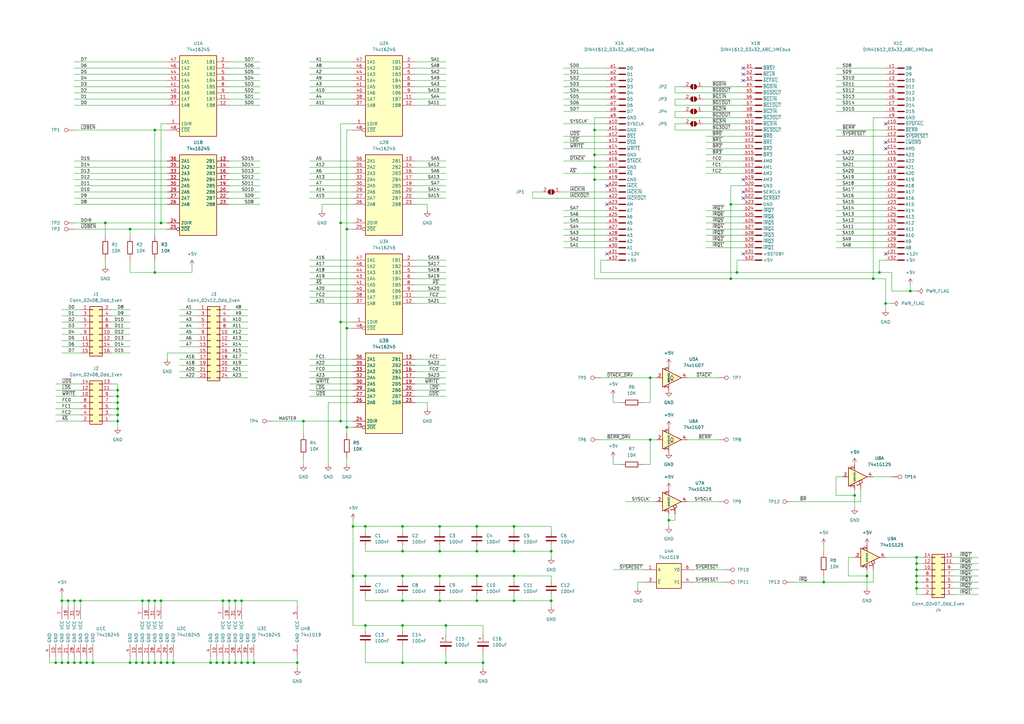
<source format=kicad_sch>
(kicad_sch (version 20211123) (generator eeschema)
  (paper "A3")
  (title_block (title "VMEbus PROTOTYPING BOARD, 220MM") (date "2023-11-11") (rev "1") (company "(C) TOM STOREY") (comment 1 "FREE FOR NON-COMMERCIAL USE"))
  (junction (at 165.1 246.38))
  (junction (at 71.12 271.78))
  (junction (at 25.4 246.38))
  (junction (at 30.48 271.78))
  (junction (at 226.06 226.06))
  (junction (at 96.52 246.38))
  (junction (at 48.26 170.18))
  (junction (at 48.26 172.72))
  (junction (at 274.32 213.36))
  (junction (at 375.92 233.68))
  (junction (at 375.92 231.14))
  (junction (at 33.02 271.78))
  (junction (at 63.5 271.78))
  (junction (at 165.1 226.06))
  (junction (at 144.78 236.22))
  (junction (at 53.34 271.78))
  (junction (at 165.1 271.78))
  (junction (at 266.7 154.94))
  (junction (at 93.98 246.38))
  (junction (at 195.58 226.06))
  (junction (at 48.26 165.1))
  (junction (at 165.1 236.22))
  (junction (at 63.5 111.76))
  (junction (at 226.06 246.38))
  (junction (at 139.7 132.08))
  (junction (at 104.14 271.78))
  (junction (at 142.24 134.62))
  (junction (at 266.7 180.34))
  (junction (at 121.92 271.78))
  (junction (at 198.12 271.78))
  (junction (at 91.44 271.78))
  (junction (at 43.18 91.44))
  (junction (at 180.34 215.9))
  (junction (at 63.5 246.38))
  (junction (at 165.1 215.9))
  (junction (at 91.44 246.38))
  (junction (at 99.06 271.78))
  (junction (at 48.26 160.02))
  (junction (at 48.26 162.56))
  (junction (at 96.52 271.78))
  (junction (at 48.26 167.64))
  (junction (at 182.88 256.54))
  (junction (at 60.96 246.38))
  (junction (at 63.5 53.34))
  (junction (at 243.84 68.58))
  (junction (at 33.02 246.38))
  (junction (at 210.82 236.22))
  (junction (at 337.82 238.76))
  (junction (at 180.34 226.06))
  (junction (at 375.92 228.6))
  (junction (at 165.1 256.54))
  (junction (at 99.06 246.38))
  (junction (at 55.88 271.78))
  (junction (at 375.92 241.3))
  (junction (at 139.7 172.72))
  (junction (at 149.86 236.22))
  (junction (at 375.92 238.76))
  (junction (at 53.34 93.98))
  (junction (at 363.22 124.46))
  (junction (at 299.72 83.82))
  (junction (at 22.86 271.78))
  (junction (at 350.52 203.2))
  (junction (at 375.92 236.22))
  (junction (at 142.24 93.98))
  (junction (at 358.14 114.3))
  (junction (at 88.9 271.78))
  (junction (at 195.58 215.9))
  (junction (at 355.6 236.22))
  (junction (at 139.7 91.44))
  (junction (at 58.42 246.38))
  (junction (at 373.38 119.38))
  (junction (at 27.94 246.38))
  (junction (at 149.86 215.9))
  (junction (at 66.04 271.78))
  (junction (at 142.24 175.26))
  (junction (at 35.56 271.78))
  (junction (at 243.84 63.5))
  (junction (at 60.96 271.78))
  (junction (at 210.82 215.9))
  (junction (at 210.82 246.38))
  (junction (at 58.42 271.78))
  (junction (at 180.34 236.22))
  (junction (at 149.86 256.54))
  (junction (at 38.1 271.78))
  (junction (at 86.36 271.78))
  (junction (at 299.72 114.3))
  (junction (at 210.82 226.06))
  (junction (at 66.04 91.44))
  (junction (at 68.58 271.78))
  (junction (at 243.84 73.66))
  (junction (at 124.46 172.72))
  (junction (at 360.68 111.76))
  (junction (at 93.98 271.78))
  (junction (at 144.78 215.9))
  (junction (at 101.6 271.78))
  (junction (at 27.94 271.78))
  (junction (at 180.34 246.38))
  (junction (at 302.26 111.76))
  (junction (at 30.48 246.38))
  (junction (at 195.58 236.22))
  (junction (at 195.58 246.38))
  (junction (at 243.84 53.34))
  (junction (at 25.4 271.78))
  (junction (at 182.88 271.78))
  (junction (at 66.04 246.38))
  (no_connect (at 248.92 83.82))
  (no_connect (at 304.8 30.48))
  (no_connect (at 304.8 27.94))
  (no_connect (at 304.8 81.28))
  (no_connect (at 304.8 73.66))
  (no_connect (at 363.22 50.8))
  (no_connect (at 363.22 104.14))
  (no_connect (at 363.22 58.42))
  (no_connect (at 248.92 104.14))
  (no_connect (at 304.8 104.14))
  (no_connect (at 304.8 78.74))
  (no_connect (at 248.92 76.2))
  (no_connect (at 304.8 33.02))
  (no_connect (at 363.22 60.96))
  (wire (pts (xy 358.14 48.26) (xy 358.14 114.3)))
  (wire (pts (xy 45.72 144.78) (xy 53.34 144.78)))
  (wire (pts (xy 20.32 271.78) (xy 22.86 271.78)))
  (wire (pts (xy 45.72 157.48) (xy 48.26 157.48)))
  (wire (pts (xy 93.98 139.7) (xy 101.6 139.7)))
  (wire (pts (xy 289.56 86.36) (xy 304.8 86.36)))
  (wire (pts (xy 25.4 134.62) (xy 33.02 134.62)))
  (wire (pts (xy 86.36 269.24) (xy 86.36 271.78)))
  (wire (pts (xy 66.04 246.38) (xy 91.44 246.38)))
  (wire (pts (xy 27.94 269.24) (xy 27.94 271.78)))
  (wire (pts (xy 342.9 68.58) (xy 363.22 68.58)))
  (wire (pts (xy 96.52 246.38) (xy 99.06 246.38)))
  (wire (pts (xy 22.86 269.24) (xy 22.86 271.78)))
  (wire (pts (xy 45.72 132.08) (xy 53.34 132.08)))
  (wire (pts (xy 99.06 246.38) (xy 121.92 246.38)))
  (wire (pts (xy 365.76 111.76) (xy 365.76 119.38)))
  (wire (pts (xy 231.14 38.1) (xy 248.92 38.1)))
  (wire (pts (xy 266.7 154.94) (xy 266.7 165.1)))
  (wire (pts (xy 149.86 246.38) (xy 165.1 246.38)))
  (wire (pts (xy 347.98 228.6) (xy 347.98 236.22)))
  (wire (pts (xy 93.98 152.4) (xy 101.6 152.4)))
  (wire (pts (xy 35.56 269.24) (xy 35.56 271.78)))
  (wire (pts (xy 264.16 190.5) (xy 266.7 190.5)))
  (wire (pts (xy 210.82 226.06) (xy 226.06 226.06)))
  (wire (pts (xy 93.98 127) (xy 101.6 127)))
  (wire (pts (xy 170.18 43.18) (xy 182.88 43.18)))
  (wire (pts (xy 342.9 27.94) (xy 363.22 27.94)))
  (wire (pts (xy 375.92 233.68) (xy 375.92 236.22)))
  (wire (pts (xy 127 157.48) (xy 144.78 157.48)))
  (wire (pts (xy 342.9 33.02) (xy 363.22 33.02)))
  (wire (pts (xy 66.04 269.24) (xy 66.04 271.78)))
  (wire (pts (xy 342.9 195.58) (xy 345.44 195.58)))
  (wire (pts (xy 25.4 271.78) (xy 27.94 271.78)))
  (wire (pts (xy 73.66 129.54) (xy 81.28 129.54)))
  (wire (pts (xy 358.14 114.3) (xy 363.22 114.3)))
  (wire (pts (xy 127 66.04) (xy 144.78 66.04)))
  (wire (pts (xy 342.9 55.88) (xy 363.22 55.88)))
  (wire (pts (xy 180.34 215.9) (xy 180.34 218.44)))
  (wire (pts (xy 281.94 154.94) (xy 294.64 154.94)))
  (wire (pts (xy 58.42 246.38) (xy 60.96 246.38)))
  (wire (pts (xy 170.18 162.56) (xy 182.88 162.56)))
  (wire (pts (xy 93.98 33.02) (xy 106.68 33.02)))
  (wire (pts (xy 68.58 269.24) (xy 68.58 271.78)))
  (wire (pts (xy 45.72 160.02) (xy 48.26 160.02)))
  (wire (pts (xy 350.52 228.6) (xy 347.98 228.6)))
  (wire (pts (xy 144.78 256.54) (xy 149.86 256.54)))
  (wire (pts (xy 274.32 210.82) (xy 274.32 213.36)))
  (wire (pts (xy 93.98 132.08) (xy 101.6 132.08)))
  (wire (pts (xy 276.86 213.36) (xy 274.32 213.36)))
  (wire (pts (xy 391.16 233.68) (xy 401.3211 233.68)))
  (wire (pts (xy 93.98 73.66) (xy 106.68 73.66)))
  (wire (pts (xy 231.14 91.44) (xy 248.92 91.44)))
  (wire (pts (xy 73.66 154.94) (xy 81.28 154.94)))
  (wire (pts (xy 170.18 114.3) (xy 182.88 114.3)))
  (wire (pts (xy 375.92 231.14) (xy 378.46 231.14)))
  (wire (pts (xy 170.18 38.1) (xy 182.88 38.1)))
  (wire (pts (xy 142.24 93.98) (xy 142.24 134.62)))
  (wire (pts (xy 391.16 243.84) (xy 401.3211 243.84)))
  (wire (pts (xy 144.78 50.8) (xy 139.7 50.8)))
  (wire (pts (xy 127 149.86) (xy 144.78 149.86)))
  (wire (pts (xy 175.26 83.82) (xy 175.26 86.36)))
  (wire (pts (xy 127 76.2) (xy 144.78 76.2)))
  (wire (pts (xy 254 165.1) (xy 251.46 165.1)))
  (wire (pts (xy 246.38 154.94) (xy 266.7 154.94)))
  (wire (pts (xy 25.4 127) (xy 33.02 127)))
  (wire (pts (xy 30.48 66.04) (xy 68.58 66.04)))
  (wire (pts (xy 231.14 30.48) (xy 248.92 30.48)))
  (wire (pts (xy 170.18 81.28) (xy 182.88 81.28)))
  (wire (pts (xy 304.8 106.68) (xy 302.26 106.68)))
  (wire (pts (xy 142.24 187.96) (xy 142.24 190.5)))
  (wire (pts (xy 142.24 134.62) (xy 144.78 134.62)))
  (wire (pts (xy 93.98 35.56) (xy 106.68 35.56)))
  (wire (pts (xy 73.66 127) (xy 81.28 127)))
  (wire (pts (xy 142.24 53.34) (xy 142.24 93.98)))
  (wire (pts (xy 93.98 76.2) (xy 106.68 76.2)))
  (wire (pts (xy 93.98 25.4) (xy 106.68 25.4)))
  (wire (pts (xy 297.18 233.68) (xy 284.48 233.68)))
  (wire (pts (xy 269.24 205.74) (xy 256.54 205.74)))
  (wire (pts (xy 45.72 167.64) (xy 48.26 167.64)))
  (wire (pts (xy 127 119.38) (xy 144.78 119.38)))
  (wire (pts (xy 198.12 256.54) (xy 198.12 260.35)))
  (wire (pts (xy 60.96 271.78) (xy 63.5 271.78)))
  (wire (pts (xy 30.48 30.48) (xy 68.58 30.48)))
  (wire (pts (xy 373.38 119.38) (xy 375.92 119.38)))
  (wire (pts (xy 53.34 271.78) (xy 55.88 271.78)))
  (wire (pts (xy 299.72 83.82) (xy 299.72 114.3)))
  (wire (pts (xy 142.24 134.62) (xy 142.24 175.26)))
  (wire (pts (xy 276.86 53.34) (xy 276.86 50.8)))
  (wire (pts (xy 63.5 53.34) (xy 63.5 96.52)))
  (wire (pts (xy 22.86 160.02) (xy 33.02 160.02)))
  (wire (pts (xy 144.78 213.36) (xy 144.78 215.9)))
  (wire (pts (xy 93.98 149.86) (xy 101.6 149.86)))
  (wire (pts (xy 25.4 243.84) (xy 25.4 246.38)))
  (wire (pts (xy 30.48 246.38) (xy 33.02 246.38)))
  (wire (pts (xy 180.34 223.52) (xy 180.34 226.06)))
  (wire (pts (xy 111.76 172.72) (xy 124.46 172.72)))
  (wire (pts (xy 231.14 33.02) (xy 248.92 33.02)))
  (wire (pts (xy 127 162.56) (xy 144.78 162.56)))
  (wire (pts (xy 246.38 180.34) (xy 266.7 180.34)))
  (wire (pts (xy 165.1 264.16) (xy 165.1 271.78)))
  (wire (pts (xy 25.4 142.24) (xy 33.02 142.24)))
  (wire (pts (xy 127 116.84) (xy 144.78 116.84)))
  (wire (pts (xy 45.72 129.54) (xy 53.34 129.54)))
  (wire (pts (xy 27.94 271.78) (xy 30.48 271.78)))
  (wire (pts (xy 288.29 50.8) (xy 304.8 50.8)))
  (wire (pts (xy 342.9 73.66) (xy 363.22 73.66)))
  (wire (pts (xy 276.86 210.82) (xy 276.86 213.36)))
  (wire (pts (xy 60.96 246.38) (xy 63.5 246.38)))
  (wire (pts (xy 63.5 53.34) (xy 68.58 53.34)))
  (wire (pts (xy 73.66 142.24) (xy 81.28 142.24)))
  (wire (pts (xy 30.48 25.4) (xy 68.58 25.4)))
  (wire (pts (xy 30.48 38.1) (xy 68.58 38.1)))
  (wire (pts (xy 121.92 246.38) (xy 121.92 248.92)))
  (wire (pts (xy 127 40.64) (xy 144.78 40.64)))
  (wire (pts (xy 342.9 45.72) (xy 363.22 45.72)))
  (wire (pts (xy 127 152.4) (xy 144.78 152.4)))
  (wire (pts (xy 25.4 129.54) (xy 33.02 129.54)))
  (wire (pts (xy 355.6 236.22) (xy 355.6 241.3)))
  (wire (pts (xy 304.8 48.26) (xy 276.86 48.26)))
  (wire (pts (xy 144.78 215.9) (xy 149.86 215.9)))
  (wire (pts (xy 231.14 99.06) (xy 248.92 99.06)))
  (wire (pts (xy 299.72 76.2) (xy 299.72 83.82)))
  (wire (pts (xy 210.82 236.22) (xy 226.06 236.22)))
  (wire (pts (xy 121.92 271.78) (xy 121.92 274.32)))
  (wire (pts (xy 63.5 271.78) (xy 66.04 271.78)))
  (wire (pts (xy 27.94 246.38) (xy 27.94 248.92)))
  (wire (pts (xy 198.12 267.97) (xy 198.12 271.78)))
  (wire (pts (xy 53.34 269.24) (xy 53.34 271.78)))
  (wire (pts (xy 231.14 71.12) (xy 248.92 71.12)))
  (wire (pts (xy 243.84 48.26) (xy 248.92 48.26)))
  (wire (pts (xy 104.14 269.24) (xy 104.14 271.78)))
  (wire (pts (xy 342.9 78.74) (xy 363.22 78.74)))
  (wire (pts (xy 229.87 78.74) (xy 248.92 78.74)))
  (wire (pts (xy 289.56 101.6) (xy 304.8 101.6)))
  (wire (pts (xy 124.46 172.72) (xy 139.7 172.72)))
  (wire (pts (xy 342.9 83.82) (xy 363.22 83.82)))
  (wire (pts (xy 375.92 236.22) (xy 378.46 236.22)))
  (wire (pts (xy 299.72 83.82) (xy 304.8 83.82)))
  (wire (pts (xy 276.86 48.26) (xy 276.86 45.72)))
  (wire (pts (xy 139.7 172.72) (xy 144.78 172.72)))
  (wire (pts (xy 144.78 236.22) (xy 144.78 256.54)))
  (wire (pts (xy 264.16 165.1) (xy 266.7 165.1)))
  (wire (pts (xy 353.06 200.66) (xy 353.06 205.74)))
  (wire (pts (xy 210.82 236.22) (xy 210.82 238.76)))
  (wire (pts (xy 55.88 271.78) (xy 58.42 271.78)))
  (wire (pts (xy 30.48 43.18) (xy 68.58 43.18)))
  (wire (pts (xy 325.12 205.74) (xy 353.06 205.74)))
  (wire (pts (xy 93.98 137.16) (xy 101.6 137.16)))
  (wire (pts (xy 375.92 238.76) (xy 378.46 238.76)))
  (wire (pts (xy 363.22 124.46) (xy 365.76 124.46)))
  (wire (pts (xy 276.86 35.56) (xy 280.67 35.56)))
  (wire (pts (xy 226.06 223.52) (xy 226.06 226.06)))
  (wire (pts (xy 243.84 73.66) (xy 243.84 114.3)))
  (wire (pts (xy 127 114.3) (xy 144.78 114.3)))
  (wire (pts (xy 195.58 236.22) (xy 210.82 236.22)))
  (wire (pts (xy 91.44 246.38) (xy 93.98 246.38)))
  (wire (pts (xy 30.48 269.24) (xy 30.48 271.78)))
  (wire (pts (xy 363.22 228.6) (xy 375.92 228.6)))
  (wire (pts (xy 243.84 63.5) (xy 243.84 68.58)))
  (wire (pts (xy 30.48 78.74) (xy 68.58 78.74)))
  (wire (pts (xy 127 81.28) (xy 144.78 81.28)))
  (wire (pts (xy 88.9 271.78) (xy 91.44 271.78)))
  (wire (pts (xy 66.04 271.78) (xy 68.58 271.78)))
  (wire (pts (xy 149.86 226.06) (xy 165.1 226.06)))
  (wire (pts (xy 373.38 116.84) (xy 373.38 119.38)))
  (wire (pts (xy 342.9 35.56) (xy 363.22 35.56)))
  (wire (pts (xy 45.72 170.18) (xy 48.26 170.18)))
  (wire (pts (xy 63.5 106.68) (xy 63.5 111.76)))
  (wire (pts (xy 93.98 269.24) (xy 93.98 271.78)))
  (wire (pts (xy 96.52 271.78) (xy 99.06 271.78)))
  (wire (pts (xy 124.46 190.5) (xy 124.46 187.96)))
  (wire (pts (xy 289.56 99.06) (xy 304.8 99.06)))
  (wire (pts (xy 63.5 111.76) (xy 78.74 111.76)))
  (wire (pts (xy 342.9 88.9) (xy 363.22 88.9)))
  (wire (pts (xy 363.22 124.46) (xy 363.22 127)))
  (wire (pts (xy 170.18 147.32) (xy 182.88 147.32)))
  (wire (pts (xy 325.12 238.76) (xy 337.82 238.76)))
  (wire (pts (xy 288.29 45.72) (xy 304.8 45.72)))
  (wire (pts (xy 350.52 200.66) (xy 350.52 203.2)))
  (wire (pts (xy 195.58 243.84) (xy 195.58 246.38)))
  (wire (pts (xy 231.14 50.8) (xy 248.92 50.8)))
  (wire (pts (xy 170.18 165.1) (xy 175.26 165.1)))
  (wire (pts (xy 25.4 144.78) (xy 33.02 144.78)))
  (wire (pts (xy 243.84 63.5) (xy 248.92 63.5)))
  (wire (pts (xy 101.6 271.78) (xy 104.14 271.78)))
  (wire (pts (xy 375.92 236.22) (xy 375.92 238.76)))
  (wire (pts (xy 254 190.5) (xy 251.46 190.5)))
  (wire (pts (xy 342.9 99.06) (xy 363.22 99.06)))
  (wire (pts (xy 33.02 271.78) (xy 35.56 271.78)))
  (wire (pts (xy 66.04 50.8) (xy 66.04 91.44)))
  (wire (pts (xy 347.98 236.22) (xy 355.6 236.22)))
  (wire (pts (xy 170.18 76.2) (xy 182.88 76.2)))
  (wire (pts (xy 149.86 236.22) (xy 149.86 238.76)))
  (wire (pts (xy 25.4 246.38) (xy 25.4 248.92)))
  (wire (pts (xy 375.92 238.76) (xy 375.92 241.3)))
  (wire (pts (xy 342.9 66.04) (xy 363.22 66.04)))
  (wire (pts (xy 25.4 139.7) (xy 33.02 139.7)))
  (wire (pts (xy 210.82 215.9) (xy 210.82 218.44)))
  (wire (pts (xy 289.56 63.5) (xy 304.8 63.5)))
  (wire (pts (xy 149.86 256.54) (xy 149.86 259.08)))
  (wire (pts (xy 132.08 83.82) (xy 132.08 86.36)))
  (wire (pts (xy 33.02 246.38) (xy 33.02 248.92)))
  (wire (pts (xy 170.18 154.94) (xy 182.88 154.94)))
  (wire (pts (xy 170.18 27.94) (xy 182.88 27.94)))
  (wire (pts (xy 127 43.18) (xy 144.78 43.18)))
  (wire (pts (xy 342.9 38.1) (xy 363.22 38.1)))
  (wire (pts (xy 251.46 162.56) (xy 251.46 165.1)))
  (wire (pts (xy 22.86 157.48) (xy 33.02 157.48)))
  (wire (pts (xy 48.26 167.64) (xy 48.26 170.18)))
  (wire (pts (xy 274.32 213.36) (xy 274.32 215.9)))
  (wire (pts (xy 60.96 246.38) (xy 60.96 248.92)))
  (wire (pts (xy 30.48 93.98) (xy 53.34 93.98)))
  (wire (pts (xy 294.64 205.74) (xy 281.94 205.74)))
  (wire (pts (xy 99.06 246.38) (xy 99.06 248.92)))
  (wire (pts (xy 243.84 68.58) (xy 248.92 68.58)))
  (wire (pts (xy 93.98 271.78) (xy 96.52 271.78)))
  (wire (pts (xy 358.14 195.58) (xy 365.76 195.58)))
  (wire (pts (xy 30.48 246.38) (xy 30.48 248.92)))
  (wire (pts (xy 53.34 111.76) (xy 63.5 111.76)))
  (wire (pts (xy 30.48 33.02) (xy 68.58 33.02)))
  (wire (pts (xy 91.44 246.38) (xy 91.44 248.92)))
  (wire (pts (xy 170.18 124.46) (xy 182.88 124.46)))
  (wire (pts (xy 45.72 172.72) (xy 48.26 172.72)))
  (wire (pts (xy 99.06 269.24) (xy 99.06 271.78)))
  (wire (pts (xy 210.82 246.38) (xy 226.06 246.38)))
  (wire (pts (xy 170.18 83.82) (xy 175.26 83.82)))
  (wire (pts (xy 243.84 48.26) (xy 243.84 53.34)))
  (wire (pts (xy 93.98 27.94) (xy 106.68 27.94)))
  (wire (pts (xy 63.5 269.24) (xy 63.5 271.78)))
  (wire (pts (xy 99.06 271.78) (xy 101.6 271.78)))
  (wire (pts (xy 170.18 25.4) (xy 182.88 25.4)))
  (wire (pts (xy 210.82 243.84) (xy 210.82 246.38)))
  (wire (pts (xy 48.26 162.56) (xy 48.26 165.1)))
  (wire (pts (xy 139.7 91.44) (xy 139.7 132.08)))
  (wire (pts (xy 337.82 236.22) (xy 337.82 238.76)))
  (wire (pts (xy 266.7 180.34) (xy 269.24 180.34)))
  (wire (pts (xy 127 38.1) (xy 144.78 38.1)))
  (wire (pts (xy 342.9 40.64) (xy 363.22 40.64)))
  (wire (pts (xy 127 111.76) (xy 144.78 111.76)))
  (wire (pts (xy 170.18 106.68) (xy 182.88 106.68)))
  (wire (pts (xy 45.72 134.62) (xy 53.34 134.62)))
  (wire (pts (xy 96.52 269.24) (xy 96.52 271.78)))
  (wire (pts (xy 342.9 71.12) (xy 363.22 71.12)))
  (wire (pts (xy 93.98 68.58) (xy 106.68 68.58)))
  (wire (pts (xy 127 73.66) (xy 144.78 73.66)))
  (wire (pts (xy 144.78 83.82) (xy 132.08 83.82)))
  (wire (pts (xy 66.04 246.38) (xy 66.04 248.92)))
  (wire (pts (xy 342.9 30.48) (xy 363.22 30.48)))
  (wire (pts (xy 231.14 93.98) (xy 248.92 93.98)))
  (wire (pts (xy 264.16 238.76) (xy 261.62 238.76)))
  (wire (pts (xy 22.86 170.18) (xy 33.02 170.18)))
  (wire (pts (xy 96.52 246.38) (xy 96.52 248.92)))
  (wire (pts (xy 144.78 215.9) (xy 144.78 236.22)))
  (wire (pts (xy 101.6 269.24) (xy 101.6 271.78)))
  (wire (pts (xy 30.48 76.2) (xy 68.58 76.2)))
  (wire (pts (xy 63.5 246.38) (xy 63.5 248.92)))
  (wire (pts (xy 243.84 73.66) (xy 248.92 73.66)))
  (wire (pts (xy 375.92 241.3) (xy 378.46 241.3)))
  (wire (pts (xy 342.9 86.36) (xy 363.22 86.36)))
  (wire (pts (xy 93.98 142.24) (xy 101.6 142.24)))
  (wire (pts (xy 93.98 78.74) (xy 106.68 78.74)))
  (wire (pts (xy 355.6 233.68) (xy 355.6 236.22)))
  (wire (pts (xy 289.56 88.9) (xy 304.8 88.9)))
  (wire (pts (xy 231.14 96.52) (xy 248.92 96.52)))
  (wire (pts (xy 30.48 271.78) (xy 33.02 271.78)))
  (wire (pts (xy 127 160.02) (xy 144.78 160.02)))
  (wire (pts (xy 218.44 81.28) (xy 248.92 81.28)))
  (wire (pts (xy 218.44 78.74) (xy 222.25 78.74)))
  (wire (pts (xy 170.18 33.02) (xy 182.88 33.02)))
  (wire (pts (xy 149.86 243.84) (xy 149.86 246.38)))
  (wire (pts (xy 195.58 226.06) (xy 210.82 226.06)))
  (wire (pts (xy 30.48 71.12) (xy 68.58 71.12)))
  (wire (pts (xy 180.34 236.22) (xy 195.58 236.22)))
  (wire (pts (xy 33.02 269.24) (xy 33.02 271.78)))
  (wire (pts (xy 165.1 256.54) (xy 182.88 256.54)))
  (wire (pts (xy 25.4 246.38) (xy 27.94 246.38)))
  (wire (pts (xy 127 25.4) (xy 144.78 25.4)))
  (wire (pts (xy 22.86 172.72) (xy 33.02 172.72)))
  (wire (pts (xy 45.72 137.16) (xy 53.34 137.16)))
  (wire (pts (xy 195.58 236.22) (xy 195.58 238.76)))
  (wire (pts (xy 22.86 165.1) (xy 33.02 165.1)))
  (wire (pts (xy 226.06 236.22) (xy 226.06 238.76)))
  (wire (pts (xy 360.68 111.76) (xy 365.76 111.76)))
  (wire (pts (xy 127 106.68) (xy 144.78 106.68)))
  (wire (pts (xy 73.66 147.32) (xy 81.28 147.32)))
  (wire (pts (xy 231.14 27.94) (xy 248.92 27.94)))
  (wire (pts (xy 91.44 271.78) (xy 93.98 271.78)))
  (wire (pts (xy 127 30.48) (xy 144.78 30.48)))
  (wire (pts (xy 68.58 50.8) (xy 66.04 50.8)))
  (wire (pts (xy 231.14 55.88) (xy 248.92 55.88)))
  (wire (pts (xy 170.18 157.48) (xy 182.88 157.48)))
  (wire (pts (xy 391.16 228.6) (xy 401.3211 228.6)))
  (wire (pts (xy 231.14 60.96) (xy 248.92 60.96)))
  (wire (pts (xy 88.9 269.24) (xy 88.9 271.78)))
  (wire (pts (xy 149.86 264.16) (xy 149.86 271.78)))
  (wire (pts (xy 363.22 106.68) (xy 360.68 106.68)))
  (wire (pts (xy 350.52 203.2) (xy 350.52 208.28)))
  (wire (pts (xy 391.16 236.22) (xy 401.3211 236.22)))
  (wire (pts (xy 165.1 215.9) (xy 165.1 218.44)))
  (wire (pts (xy 127 35.56) (xy 144.78 35.56)))
  (wire (pts (xy 127 109.22) (xy 144.78 109.22)))
  (wire (pts (xy 22.86 271.78) (xy 25.4 271.78)))
  (wire (pts (xy 124.46 172.72) (xy 124.46 177.8)))
  (wire (pts (xy 165.1 271.78) (xy 182.88 271.78)))
  (wire (pts (xy 149.86 223.52) (xy 149.86 226.06)))
  (wire (pts (xy 170.18 68.58) (xy 182.88 68.58)))
  (wire (pts (xy 289.56 60.96) (xy 304.8 60.96)))
  (wire (pts (xy 48.26 165.1) (xy 48.26 167.64)))
  (wire (pts (xy 144.78 53.34) (xy 142.24 53.34)))
  (wire (pts (xy 93.98 246.38) (xy 93.98 248.92)))
  (wire (pts (xy 231.14 101.6) (xy 248.92 101.6)))
  (wire (pts (xy 22.86 167.64) (xy 33.02 167.64)))
  (wire (pts (xy 365.76 119.38) (xy 373.38 119.38)))
  (wire (pts (xy 93.98 83.82) (xy 106.68 83.82)))
  (wire (pts (xy 71.12 271.78) (xy 86.36 271.78)))
  (wire (pts (xy 231.14 66.04) (xy 248.92 66.04)))
  (wire (pts (xy 180.34 215.9) (xy 195.58 215.9)))
  (wire (pts (xy 53.34 106.68) (xy 53.34 111.76)))
  (wire (pts (xy 246.38 106.68) (xy 246.38 111.76)))
  (wire (pts (xy 71.12 269.24) (xy 71.12 271.78)))
  (wire (pts (xy 142.24 93.98) (xy 144.78 93.98)))
  (wire (pts (xy 358.14 48.26) (xy 363.22 48.26)))
  (wire (pts (xy 289.56 68.58) (xy 304.8 68.58)))
  (wire (pts (xy 127 33.02) (xy 144.78 33.02)))
  (wire (pts (xy 149.86 271.78) (xy 165.1 271.78)))
  (wire (pts (xy 289.56 58.42) (xy 304.8 58.42)))
  (wire (pts (xy 360.68 106.68) (xy 360.68 111.76)))
  (wire (pts (xy 198.12 271.78) (xy 198.12 274.32)))
  (wire (pts (xy 48.26 172.72) (xy 48.26 175.26)))
  (wire (pts (xy 170.18 111.76) (xy 182.88 111.76)))
  (wire (pts (xy 43.18 91.44) (xy 43.18 96.52)))
  (wire (pts (xy 93.98 144.78) (xy 101.6 144.78)))
  (wire (pts (xy 165.1 223.52) (xy 165.1 226.06)))
  (wire (pts (xy 342.9 63.5) (xy 363.22 63.5)))
  (wire (pts (xy 139.7 50.8) (xy 139.7 91.44)))
  (wire (pts (xy 73.66 139.7) (xy 81.28 139.7)))
  (wire (pts (xy 170.18 71.12) (xy 182.88 71.12)))
  (wire (pts (xy 246.38 106.68) (xy 248.92 106.68)))
  (wire (pts (xy 93.98 246.38) (xy 96.52 246.38)))
  (wire (pts (xy 55.88 269.24) (xy 55.88 271.78)))
  (wire (pts (xy 127 27.94) (xy 144.78 27.94)))
  (wire (pts (xy 375.92 228.6) (xy 375.92 231.14)))
  (wire (pts (xy 337.82 238.76) (xy 358.14 238.76)))
  (wire (pts (xy 281.94 180.34) (xy 294.64 180.34)))
  (wire (pts (xy 30.48 91.44) (xy 43.18 91.44)))
  (wire (pts (xy 231.14 86.36) (xy 248.92 86.36)))
  (wire (pts (xy 53.34 93.98) (xy 68.58 93.98)))
  (wire (pts (xy 63.5 246.38) (xy 66.04 246.38)))
  (wire (pts (xy 342.9 203.2) (xy 342.9 195.58)))
  (wire (pts (xy 149.86 215.9) (xy 149.86 218.44)))
  (wire (pts (xy 86.36 271.78) (xy 88.9 271.78)))
  (wire (pts (xy 304.8 43.18) (xy 276.86 43.18)))
  (wire (pts (xy 30.48 68.58) (xy 68.58 68.58)))
  (wire (pts (xy 170.18 149.86) (xy 182.88 149.86)))
  (wire (pts (xy 210.82 223.52) (xy 210.82 226.06)))
  (wire (pts (xy 30.48 53.34) (xy 63.5 53.34)))
  (wire (pts (xy 337.82 223.52) (xy 337.82 226.06)))
  (wire (pts (xy 246.38 111.76) (xy 302.26 111.76)))
  (wire (pts (xy 358.14 233.68) (xy 358.14 238.76)))
  (wire (pts (xy 342.9 91.44) (xy 363.22 91.44)))
  (wire (pts (xy 182.88 267.97) (xy 182.88 271.78)))
  (wire (pts (xy 165.1 243.84) (xy 165.1 246.38)))
  (wire (pts (xy 231.14 43.18) (xy 248.92 43.18)))
  (wire (pts (xy 165.1 236.22) (xy 180.34 236.22)))
  (wire (pts (xy 304.8 38.1) (xy 276.86 38.1)))
  (wire (pts (xy 375.92 233.68) (xy 378.46 233.68)))
  (wire (pts (xy 302.26 106.68) (xy 302.26 111.76)))
  (wire (pts (xy 251.46 187.96) (xy 251.46 190.5)))
  (wire (pts (xy 73.66 137.16) (xy 81.28 137.16)))
  (wire (pts (xy 139.7 132.08) (xy 139.7 172.72)))
  (wire (pts (xy 104.14 271.78) (xy 121.92 271.78)))
  (wire (pts (xy 276.86 50.8) (xy 280.67 50.8)))
  (wire (pts (xy 375.92 231.14) (xy 375.92 233.68)))
  (wire (pts (xy 93.98 38.1) (xy 106.68 38.1)))
  (wire (pts (xy 302.26 111.76) (xy 360.68 111.76)))
  (wire (pts (xy 180.34 246.38) (xy 195.58 246.38)))
  (wire (pts (xy 175.26 165.1) (xy 175.26 167.64)))
  (wire (pts (xy 149.86 215.9) (xy 165.1 215.9)))
  (wire (pts (xy 30.48 73.66) (xy 68.58 73.66)))
  (wire (pts (xy 195.58 215.9) (xy 210.82 215.9)))
  (wire (pts (xy 226.06 226.06) (xy 226.06 228.6)))
  (wire (pts (xy 297.18 238.76) (xy 284.48 238.76)))
  (wire (pts (xy 243.84 53.34) (xy 248.92 53.34)))
  (wire (pts (xy 226.06 246.38) (xy 226.06 248.92)))
  (wire (pts (xy 45.72 127) (xy 53.34 127)))
  (wire (pts (xy 58.42 271.78) (xy 60.96 271.78)))
  (wire (pts (xy 127 68.58) (xy 144.78 68.58)))
  (wire (pts (xy 375.92 241.3) (xy 375.92 243.84)))
  (wire (pts (xy 288.29 40.64) (xy 304.8 40.64)))
  (wire (pts (xy 25.4 132.08) (xy 33.02 132.08)))
  (wire (pts (xy 210.82 215.9) (xy 226.06 215.9)))
  (wire (pts (xy 134.62 165.1) (xy 134.62 190.5)))
  (wire (pts (xy 45.72 165.1) (xy 48.26 165.1)))
  (wire (pts (xy 170.18 66.04) (xy 182.88 66.04)))
  (wire (pts (xy 342.9 96.52) (xy 363.22 96.52)))
  (wire (pts (xy 231.14 35.56) (xy 248.92 35.56)))
  (wire (pts (xy 231.14 88.9) (xy 248.92 88.9)))
  (wire (pts (xy 127 121.92) (xy 144.78 121.92)))
  (wire (pts (xy 93.98 134.62) (xy 101.6 134.62)))
  (wire (pts (xy 243.84 68.58) (xy 243.84 73.66)))
  (wire (pts (xy 78.74 109.22) (xy 78.74 111.76)))
  (wire (pts (xy 93.98 81.28) (xy 106.68 81.28)))
  (wire (pts (xy 165.1 256.54) (xy 165.1 259.08)))
  (wire (pts (xy 30.48 35.56) (xy 68.58 35.56)))
  (wire (pts (xy 289.56 91.44) (xy 304.8 91.44)))
  (wire (pts (xy 30.48 40.64) (xy 68.58 40.64)))
  (wire (pts (xy 391.16 241.3) (xy 401.3211 241.3)))
  (wire (pts (xy 30.48 81.28) (xy 68.58 81.28)))
  (wire (pts (xy 20.32 269.24) (xy 20.32 271.78)))
  (wire (pts (xy 165.1 215.9) (xy 180.34 215.9)))
  (wire (pts (xy 165.1 236.22) (xy 165.1 238.76)))
  (wire (pts (xy 226.06 215.9) (xy 226.06 218.44)))
  (wire (pts (xy 289.56 96.52) (xy 304.8 96.52)))
  (wire (pts (xy 261.62 238.76) (xy 261.62 241.3)))
  (wire (pts (xy 22.86 162.56) (xy 33.02 162.56)))
  (wire (pts (xy 198.12 271.78) (xy 182.88 271.78)))
  (wire (pts (xy 170.18 116.84) (xy 182.88 116.84)))
  (wire (pts (xy 304.8 53.34) (xy 276.86 53.34)))
  (wire (pts (xy 93.98 30.48) (xy 106.68 30.48)))
  (wire (pts (xy 165.1 226.06) (xy 180.34 226.06)))
  (wire (pts (xy 144.78 236.22) (xy 149.86 236.22)))
  (wire (pts (xy 73.66 152.4) (xy 81.28 152.4)))
  (wire (pts (xy 165.1 246.38) (xy 180.34 246.38)))
  (wire (pts (xy 170.18 30.48) (xy 182.88 30.48)))
  (wire (pts (xy 195.58 246.38) (xy 210.82 246.38)))
  (wire (pts (xy 149.86 236.22) (xy 165.1 236.22)))
  (wire (pts (xy 25.4 137.16) (xy 33.02 137.16)))
  (wire (pts (xy 91.44 269.24) (xy 91.44 271.78)))
  (wire (pts (xy 342.9 53.34) (xy 363.22 53.34)))
  (wire (pts (xy 231.14 45.72) (xy 248.92 45.72)))
  (wire (pts (xy 149.86 256.54) (xy 165.1 256.54)))
  (wire (pts (xy 289.56 71.12) (xy 304.8 71.12)))
  (wire (pts (xy 288.29 35.56) (xy 304.8 35.56)))
  (wire (pts (xy 93.98 71.12) (xy 106.68 71.12)))
  (wire (pts (xy 350.52 203.2) (xy 342.9 203.2)))
  (wire (pts (xy 73.66 149.86) (xy 81.28 149.86)))
  (wire (pts (xy 127 71.12) (xy 144.78 71.12)))
  (wire (pts (xy 342.9 43.18) (xy 363.22 43.18)))
  (wire (pts (xy 180.34 236.22) (xy 180.34 238.76)))
  (wire (pts (xy 170.18 152.4) (xy 182.88 152.4)))
  (wire (pts (xy 38.1 269.24) (xy 38.1 271.78)))
  (wire (pts (xy 170.18 121.92) (xy 182.88 121.92)))
  (wire (pts (xy 276.86 38.1) (xy 276.86 35.56)))
  (wire (pts (xy 170.18 40.64) (xy 182.88 40.64)))
  (wire (pts (xy 48.26 160.02) (xy 48.26 162.56)))
  (wire (pts (xy 180.34 226.06) (xy 195.58 226.06)))
  (wire (pts (xy 73.66 134.62) (xy 81.28 134.62)))
  (wire (pts (xy 93.98 129.54) (xy 101.6 129.54)))
  (wire (pts (xy 170.18 73.66) (xy 182.88 73.66)))
  (wire (pts (xy 289.56 55.88) (xy 304.8 55.88)))
  (wire (pts (xy 68.58 144.78) (xy 81.28 144.78)))
  (wire (pts (xy 127 124.46) (xy 144.78 124.46)))
  (wire (pts (xy 121.92 269.24) (xy 121.92 271.78)))
  (wire (pts (xy 144.78 165.1) (xy 134.62 165.1)))
  (wire (pts (xy 276.86 40.64) (xy 280.67 40.64)))
  (wire (pts (xy 68.58 144.78) (xy 68.58 147.32)))
  (wire (pts (xy 289.56 93.98) (xy 304.8 93.98)))
  (wire (pts (xy 391.16 238.76) (xy 401.3211 238.76)))
  (wire (pts (xy 30.48 27.94) (xy 68.58 27.94)))
  (wire (pts (xy 182.88 256.54) (xy 198.12 256.54)))
  (wire (pts (xy 266.7 154.94) (xy 269.24 154.94)))
  (wire (pts (xy 58.42 269.24) (xy 58.42 271.78)))
  (wire (pts (xy 68.58 271.78) (xy 71.12 271.78)))
  (wire (pts (xy 182.88 256.54) (xy 182.88 260.35)))
  (wire (pts (xy 53.34 93.98) (xy 53.34 96.52)))
  (wire (pts (xy 276.86 43.18) (xy 276.86 40.64)))
  (wire (pts (xy 93.98 147.32) (xy 101.6 147.32)))
  (wire (pts (xy 375.92 228.6) (xy 378.46 228.6)))
  (wire (pts (xy 38.1 271.78) (xy 53.34 271.78)))
  (wire (pts (xy 127 154.94) (xy 144.78 154.94)))
  (wire (pts (xy 45.72 142.24) (xy 53.34 142.24)))
  (wire (pts (xy 342.9 76.2) (xy 363.22 76.2)))
  (wire (pts (xy 170.18 160.02) (xy 182.88 160.02)))
  (wire (pts (xy 139.7 91.44) (xy 144.78 91.44)))
  (wire (pts (xy 30.48 83.82) (xy 68.58 83.82)))
  (wire (pts (xy 58.42 246.38) (xy 58.42 248.92)))
  (wire (pts (xy 170.18 119.38) (xy 182.88 119.38)))
  (wire (pts (xy 142.24 175.26) (xy 142.24 177.8)))
  (wire (pts (xy 363.22 114.3) (xy 363.22 124.46)))
  (wire (pts (xy 73.66 132.08) (xy 81.28 132.08)))
  (wire (pts (xy 170.18 35.56) (xy 182.88 35.56)))
  (wire (pts (xy 139.7 132.08) (xy 144.78 132.08)))
  (wire (pts (xy 180.34 243.84) (xy 180.34 246.38)))
  (wire (pts (xy 93.98 154.94) (xy 101.6 154.94)))
  (wire (pts (xy 170.18 109.22) (xy 182.88 109.22)))
  (wire (pts (xy 226.06 243.84) (xy 226.06 246.38)))
  (wire (pts (xy 378.46 243.84) (xy 375.92 243.84)))
  (wire (pts (xy 25.4 269.24) (xy 25.4 271.78)))
  (wire (pts (xy 45.72 162.56) (xy 48.26 162.56)))
  (wire (pts (xy 93.98 40.64) (xy 106.68 40.64)))
  (wire (pts (xy 93.98 66.04) (xy 106.68 66.04)))
  (wire (pts (xy 391.16 231.14) (xy 401.3211 231.14)))
  (wire (pts (xy 342.9 93.98) (xy 363.22 93.98)))
  (wire (pts (xy 231.14 58.42) (xy 248.92 58.42)))
  (wire (pts (xy 33.02 246.38) (xy 58.42 246.38)))
  (wire (pts (xy 243.84 114.3) (xy 299.72 114.3)))
  (wire (pts (xy 66.04 91.44) (xy 68.58 91.44)))
  (wire (pts (xy 48.26 157.48) (xy 48.26 160.02)))
  (wire (pts (xy 195.58 223.52) (xy 195.58 226.06)))
  (wire (pts (xy 170.18 78.74) (xy 182.88 78.74)))
  (wire (pts (xy 127 78.74) (xy 144.78 78.74)))
  (wire (pts (xy 48.26 170.18) (xy 48.26 172.72)))
  (wire (pts (xy 127 147.32) (xy 144.78 147.32)))
  (wire (pts (xy 142.24 175.26) (xy 144.78 175.26)))
  (wire (pts (xy 45.72 139.7) (xy 53.34 139.7)))
  (wire (pts (xy 60.96 269.24) (xy 60.96 271.78)))
  (wire (pts (xy 264.16 233.68) (xy 251.46 233.68)))
  (wire (pts (xy 93.98 43.18) (xy 106.68 43.18)))
  (wire (pts (xy 342.9 101.6) (xy 363.22 101.6)))
  (wire (pts (xy 289.56 66.04) (xy 304.8 66.04)))
  (wire (pts (xy 266.7 180.34) (xy 266.7 190.5)))
  (wire (pts (xy 35.56 271.78) (xy 38.1 271.78)))
  (wire (pts (xy 276.86 45.72) (xy 280.67 45.72)))
  (wire (pts (xy 218.44 81.28) (xy 218.44 78.74)))
  (wire (pts (xy 43.18 106.68) (xy 43.18 109.22)))
  (wire (pts (xy 231.14 40.64) (xy 248.92 40.64)))
  (wire (pts (xy 342.9 81.28) (xy 363.22 81.28)))
  (wire (pts (xy 43.18 91.44) (xy 66.04 91.44)))
  (wire (pts (xy 195.58 215.9) (xy 195.58 218.44)))
  (wire (pts (xy 304.8 76.2) (xy 299.72 76.2)))
  (wire (pts (xy 299.72 114.3) (xy 358.14 114.3)))
  (wire (pts (xy 243.84 53.34) (xy 243.84 63.5)))
  (wire (pts (xy 27.94 246.38) (xy 30.48 246.38)))
  (label "SD12" (at 104.14 73.66 180))
  (label "A19" (at 129.54 114.3 0))
  (label "A16" (at 129.54 106.68 0))
  (label "~{IRQ4`}" (at 292.0989 93.98 0))
  (label "D13" (at 33.02 71.12 0))
  (label "SA7" (at 233.68 86.36 0))
  (label "SA16" (at 345.44 81.28 0))
  (label "FC2" (at 129.54 121.92 0))
  (label "SD1" (at 233.68 30.48 0))
  (label "A7" (at 129.54 76.2 0))
  (label "A9" (at 99.06 129.54 180))
  (label "D15" (at 33.02 66.04 0))
  (label "SA8" (at 180.34 27.94 180))
  (label "SA4" (at 180.34 40.64 180))
  (label "SA20" (at 345.44 71.12 0))
  (label "SA6" (at 233.68 88.9 0))
  (label "~{SYSRESET}" (at 294.64 233.68 180))
  (label "~{BG0IN}" (at 292.1 35.56 0))
  (label "SD11" (at 104.14 76.2 180))
  (label "SA15" (at 180.34 81.28 180))
  (label "D12" (at 33.02 73.66 0))
  (label "~{IRQ6`}" (at 292.1 88.9 0))
  (label "SYSCLK`" (at 233.68 50.8 0))
  (label "FC0`" (at 292.1 66.04 0))
  (label "SD14" (at 104.14 68.58 180))
  (label "D1" (at 27.94 129.54 0))
  (label "A5" (at 129.54 66.04 0))
  (label "~{WRITE`}" (at 180.34 157.48 180))
  (label "~{BG1IN}" (at 292.1 40.64 0))
  (label "D2" (at 27.94 132.08 0))
  (label "A1" (at 129.54 25.4 0))
  (label "~{IRQ5`}" (at 398.78 233.68 180))
  (label "A21" (at 129.54 124.46 0))
  (label "SA9" (at 345.44 99.06 0))
  (label "A11" (at 99.06 134.62 180))
  (label "MASTER" (at 114.3 172.72 0))
  (label "SD9" (at 345.44 30.48 0))
  (label "~{IRQ7`}" (at 398.78 228.6 180))
  (label "D10" (at 50.8 132.08 180))
  (label "D10" (at 33.02 78.74 0))
  (label "A3" (at 129.54 35.56 0))
  (label "A2" (at 129.54 30.48 0))
  (label "A9" (at 129.54 33.02 0))
  (label "SA23" (at 180.34 154.94 180))
  (label "SA4" (at 233.68 93.98 0))
  (label "~{IRQ3`}" (at 292.1 96.52 0))
  (label "~{BERR`}" (at 345.44 53.34 0))
  (label "SD6" (at 233.68 43.18 0))
  (label "A17" (at 99.06 147.32 180))
  (label "D2" (at 33.02 38.1 0))
  (label "A6" (at 76.2 139.7 0))
  (label "~{BR3`}" (at 292.1 63.5 0))
  (label "~{WRITE`}" (at 233.68 60.96 0))
  (label "SA12" (at 345.44 91.44 0))
  (label "SD4" (at 104.14 33.02 180))
  (label "SD6" (at 104.14 27.94 180))
  (label "A12" (at 99.06 137.16 180))
  (label "SA17" (at 180.34 109.22 180))
  (label "DDIR" (at 33.02 91.44 0))
  (label "SD9" (at 104.14 81.28 180))
  (label "A16" (at 76.2 147.32 0))
  (label "~{IACKOUT}" (at 233.68 81.28 0))
  (label "FC0" (at 129.54 152.4 0))
  (label "SA5" (at 233.68 91.44 0))
  (label "SA14" (at 180.34 78.74 180))
  (label "D6" (at 33.02 27.94 0))
  (label "A8" (at 99.06 127 180))
  (label "~{WRITE}" (at 25.4 162.56 0))
  (label "D13" (at 50.8 139.7 180))
  (label "A11" (at 129.54 43.18 0))
  (label "D7" (at 27.94 144.78 0))
  (label "D0" (at 33.02 43.18 0))
  (label "SD2" (at 233.68 33.02 0))
  (label "FC2" (at 25.4 170.18 0))
  (label "A20" (at 76.2 152.4 0))
  (label "~{BR0`}" (at 292.1 55.88 0))
  (label "~{BR2`}" (at 292.1 60.96 0))
  (label "SA3" (at 180.34 35.56 180))
  (label "~{WRITE}" (at 129.54 157.48 0))
  (label "SYSRESET" (at 294.64 238.76 180))
  (label "~{IRQ7`}" (at 292.1 86.36 0))
  (label "D15" (at 50.8 144.78 180))
  (label "~{IRQ5`}" (at 292.1 91.44 0))
  (label "SA20" (at 180.34 119.38 180))
  (label "SD10" (at 104.14 78.74 180))
  (label "A13" (at 129.54 73.66 0))
  (label "~{UDS}" (at 25.4 157.48 0))
  (label "A10" (at 99.06 132.08 180))
  (label "~{AS`}" (at 233.68 71.12 0))
  (label "A5" (at 76.2 137.16 0))
  (label "A20" (at 129.54 119.38 0))
  (label "SD15" (at 104.14 66.04 180))
  (label "SA2" (at 180.34 30.48 180))
  (label "FC2`" (at 292.1 71.12 0))
  (label "SA2" (at 233.68 99.06 0))
  (label "~{BERR`}" (at 292.1 180.34 180))
  (label "SD11" (at 345.44 35.56 0))
  (label "A14" (at 99.06 142.24 180))
  (label "FC2`" (at 180.34 121.92 180))
  (label "SA21" (at 345.44 68.58 0))
  (label "SD8" (at 345.44 27.94 0))
  (label "SA21" (at 180.34 124.46 180))
  (label "A17" (at 129.54 109.22 0))
  (label "SA18" (at 180.34 111.76 180))
  (label "~{LDS}" (at 129.54 160.02 0))
  (label "FC0" (at 25.4 165.1 0))
  (label "SA23" (at 345.44 63.5 0))
  (label "A8" (at 129.54 27.94 0))
  (label "FC1`" (at 180.34 147.32 180))
  (label "~{AS`}" (at 180.34 116.84 180))
  (label "SD3" (at 104.14 35.56 180))
  (label "D8" (at 33.02 83.82 0))
  (label "SD2" (at 104.14 38.1 180))
  (label "A22" (at 76.2 154.94 0))
  (label "A21" (at 99.06 152.4 180))
  (label "D7" (at 33.02 25.4 0))
  (label "~{IRQ3`}" (at 398.78 238.76 180))
  (label "~{DTACK`}" (at 292.1 154.94 180))
  (label "A12" (at 129.54 68.58 0))
  (label "SD5" (at 104.14 30.48 180))
  (label "~{DTACK_DRV}" (at 248.92 154.94 0))
  (label "SD3" (at 233.68 35.56 0))
  (label "SA16" (at 180.34 106.68 180))
  (label "D6" (at 27.94 142.24 0))
  (label "~{IRQ1`}" (at 398.78 243.84 180))
  (label "~{DTACK`}" (at 233.68 66.04 0))
  (label "~{BG2OUT}" (at 292.1 48.26 0))
  (label "~{BG2IN}" (at 292.1 45.72 0))
  (label "~{IRQ2`}" (at 292.0989 99.06 0))
  (label "FC0`" (at 180.34 152.4 180))
  (label "~{BG3OUT}" (at 292.1 53.34 0))
  (label "A23" (at 99.06 154.94 180))
  (label "~{LDS`}" (at 180.34 160.02 180))
  (label "SA22" (at 180.34 149.86 180))
  (label "D5" (at 33.02 30.48 0))
  (label "~{BG1OUT}" (at 292.1 43.18 0))
  (label "SD4" (at 233.68 38.1 0))
  (label "D3" (at 27.94 134.62 0))
  (label "SD5" (at 233.68 40.64 0))
  (label "~{UDBEN}" (at 33.02 93.98 0))
  (label "SYSCLK" (at 292.1 205.74 180))
  (label "D11" (at 33.02 76.2 0))
  (label "FC1`" (at 292.1 68.58 0))
  (label "~{AS}" (at 25.4 172.72 0))
  (label "A15" (at 99.06 144.78 180))
  (label "~{BERR_DRV}" (at 248.92 180.34 0))
  (label "SD1" (at 104.14 40.64 180))
  (label "A4" (at 76.2 134.62 0))
  (label "~{IRQ1`}" (at 292.1 101.6 0))
  (label "~{UDS}" (at 129.54 162.56 0))
  (label "~{BG0OUT}" (at 292.1 38.1 0))
  (label "SA5" (at 180.34 66.04 180))
  (label "SA19" (at 180.34 114.3 180))
  (label "SD7" (at 104.14 25.4 180))
  (label "D3" (at 33.02 35.56 0))
  (label "D8" (at 50.8 127 180))
  (label "A13" (at 99.06 139.7 180))
  (label "SA6" (at 180.34 71.12 180))
  (label "SA8" (at 345.44 101.6 0))
  (label "SD8" (at 104.14 83.82 180))
  (label "SA15" (at 345.44 83.82 0))
  (label "A6" (at 129.54 71.12 0))
  (label "SA1" (at 233.68 101.6 0))
  (label "~{LDS}" (at 25.4 160.02 0))
  (label "~{BG3IN}" (at 292.1 50.8 0))
  (label "SA11" (at 345.44 93.98 0))
  (label "SD0" (at 104.14 43.18 180))
  (label "SA12" (at 180.34 68.58 180))
  (label "~{IRQ6`}" (at 398.78 231.14 180))
  (label "SA14" (at 345.44 86.36 0))
  (label "D5" (at 27.94 139.7 0))
  (label "A3" (at 76.2 132.08 0))
  (label "SA3" (at 233.68 96.52 0))
  (label "D0" (at 27.94 127 0))
  (label "SA10" (at 345.44 96.52 0))
  (label "A1" (at 76.2 127 0))
  (label "SYSCLK`" (at 259.08 205.74 0))
  (label "FC1" (at 129.54 147.32 0))
  (label "~{LDS`}" (at 233.68 58.42 0))
  (label "FC1" (at 25.4 167.64 0))
  (label "SD15" (at 345.44 45.72 0))
  (label "SD0" (at 233.68 27.94 0))
  (label "D14" (at 50.8 142.24 180))
  (label "A19" (at 99.06 149.86 180))
  (label "~{UDS`}" (at 233.68 55.88 0))
  (label "D1" (at 33.02 40.64 0))
  (label "SA1" (at 180.34 25.4 180))
  (label "SD7" (at 233.68 45.72 0))
  (label "A10" (at 129.54 38.1 0))
  (label "SA22" (at 345.44 66.04 0))
  (label "A4" (at 129.54 40.64 0))
  (label "~{UDS`}" (at 180.34 162.56 180))
  (label "~{LDBEN}" (at 33.02 53.34 0))
  (label "SD10" (at 345.44 33.02 0))
  (label "SA10" (at 180.34 38.1 180))
  (label "SD12" (at 345.44 38.1 0))
  (label "~{SYSRESET`}" (at 254 233.68 0))
  (label "A23" (at 129.54 154.94 0))
  (label "~{BR1`}" (at 292.1 58.42 0))
  (label "A18" (at 76.2 149.86 0))
  (label "SA9" (at 180.34 33.02 180))
  (label "D4" (at 33.02 33.02 0))
  (label "SA17" (at 345.44 78.74 0))
  (label "D9" (at 33.02 81.28 0))
  (label "SA18" (at 345.44 76.2 0))
  (label "D4" (at 27.94 137.16 0))
  (label "SD14" (at 345.44 43.18 0))
  (label "SD13" (at 104.14 71.12 180))
  (label "D12" (at 50.8 137.16 180))
  (label "~{IRQ}" (at 327.66 238.76 0))
  (label "SA13" (at 180.34 73.66 180))
  (label "~{IRQ2`}" (at 398.7811 241.3 180))
  (label "~{IACKIN}" (at 233.68 78.74 0))
  (label "D14" (at 33.02 68.58 0))
  (label "~{IRQ4`}" (at 398.7811 236.22 180))
  (label "A15" (at 129.54 81.28 0))
  (label "A2" (at 76.2 129.54 0))
  (label "D11" (at 50.8 134.62 180))
  (label "SD13" (at 345.44 40.64 0))
  (label "A18" (at 129.54 111.76 0))
  (label "~{SYSRESET`}" (at 345.44 55.88 0))
  (label "~{AS}" (at 129.54 116.84 0))
  (label "SA19" (at 345.44 73.66 0))
  (label "A7" (at 76.2 142.24 0))
  (label "SA7" (at 180.34 76.2 180))
  (label "D9" (at 50.8 129.54 180))
  (label "A14" (at 129.54 78.74 0))
  (label "SA13" (at 345.44 88.9 0))
  (label "A22" (at 129.54 149.86 0))
  (label "SA11" (at 180.34 43.18 180))
  (label "~{BR}" (at 328.0504 205.74 0))
  (symbol (lib_id "COMET_symbols:R") (at 63.5 101.6 180) (unit 1)
    (property "Reference" "R3" (at 66.04 100.3299 0) (effects (justify right)))
    (property "Value" "10K" (at 66.04 102.8699 0) (effects (justify right)))
    (property "Footprint" "COMET_footprints:R_SMD0805" (effects hide))
  )
  (symbol (lib_id "Connector:TestPoint") (at 246.38 154.94 90) (mirror x) (unit 1)
    (property "Reference" "TP5" (at 238.76 154.94 90))
    (property "Value" "TestPoint" (effects hide))
    (property "Footprint" "TestPoint:TestPoint_Loop_D1.80mm_Drill1.0mm_Beaded" (effects hide))
  )
  (symbol (lib_id "power:+5V") (at 350.52 190.5 0) (unit 1)
    (property "Reference" "#PWR027" (effects hide))
    (property "Value" "+5V" (at 350.52 185.42 0))
  )
  (symbol (lib_id "COMET_symbols:74x16245") (at 27.94 259.08 0) (unit 3)
    (property "Reference" "U1" (at 39.37 257.8099 0) (effects (justify left)))
    (property "Value" "74x16245" (at 39.37 260.3499 0) (effects (justify left)))
    (property "Footprint" "COMET_footprints:Package_SSOP48-1" (effects hide))
  )
  (symbol (lib_id "Connector:TestPoint") (at 297.18 238.76 270) (unit 1)
    (property "Reference" "TP11" (at 304.8 238.76 90))
    (property "Value" "TestPoint" (effects hide))
    (property "Footprint" "TestPoint:TestPoint_Loop_D1.80mm_Drill1.0mm_Beaded" (effects hide))
  )
  (symbol (lib_id "Connector:TestPoint") (at 111.76 172.72 90) (mirror x) (unit 1)
    (property "Reference" "TP4" (at 104.14 172.72 90))
    (property "Value" "TestPoint" (effects hide))
    (property "Footprint" "TestPoint:TestPoint_Loop_D1.80mm_Drill1.0mm_Beaded" (effects hide))
  )
  (symbol (lib_id "COMET_symbols:74x16245") (at 157.48 160.02 0) (unit 2)
    (property "Reference" "U3" (at 157.48 139.7 0))
    (property "Value" "74x16245" (at 157.48 142.24 0))
    (property "Footprint" "COMET_footprints:Package_SSOP48-1" (effects hide))
  )
  (symbol (lib_id "COMET_symbols:74x16245") (at 81.28 78.74 0) (unit 2)
    (property "Reference" "U1" (at 81.28 58.42 0))
    (property "Value" "74x16245" (at 81.28 60.96 0))
    (property "Footprint" "COMET_footprints:Package_SSOP48-1" (effects hide))
  )
  (symbol (lib_id "COMET_symbols:C") (at 226.06 220.98 0) (unit 1)
    (property "Reference" "C6" (at 229.87 219.7099 0) (effects (justify left)))
    (property "Value" "100nF" (at 229.87 222.2499 0) (effects (justify left)))
    (property "Footprint" "COMET_footprints:C_SMD0805" (effects hide))
  )
  (symbol (lib_id "Connector:TestPoint") (at 297.18 233.68 270) (unit 1)
    (property "Reference" "TP10" (at 304.8 233.68 90))
    (property "Value" "TestPoint" (effects hide))
    (property "Footprint" "TestPoint:TestPoint_Loop_D1.80mm_Drill1.0mm_Beaded" (effects hide))
  )
  (symbol (lib_id "power:GND") (at 274.32 185.42 0) (unit 1)
    (property "Reference" "#PWR023" (effects hide))
    (property "Value" "GND" (at 274.32 190.5 0))
  )
  (symbol (lib_id "COMET_symbols:74x1G125") (at 350.52 195.58 0) (unit 2)
    (property "Reference" "U8" (effects hide))
    (property "Value" "74x1G125" (effects hide))
    (property "Footprint" "COMET_footprints:Package_SOT23-5" (effects hide))
  )
  (symbol (lib_id "power:+5V") (at 274.32 149.86 0) (unit 1)
    (property "Reference" "#PWR020" (effects hide))
    (property "Value" "+5V" (at 274.32 144.78 0))
  )
  (symbol (lib_id "COMET_symbols:C") (at 195.58 241.3 0) (unit 1)
    (property "Reference" "C10" (at 199.39 240.0299 0) (effects (justify left)))
    (property "Value" "100nF" (at 199.39 242.5699 0) (effects (justify left)))
    (property "Footprint" "COMET_footprints:C_SMD0805" (effects hide))
  )
  (symbol (lib_id "COMET_symbols:74x1G125") (at 274.32 205.74 0) (unit 2)
    (property "Reference" "U7" (effects hide))
    (property "Value" "74x1G125" (effects hide))
    (property "Footprint" "COMET_footprints:Package_SOT23-5" (effects hide))
  )
  (symbol (lib_id "Jumper:SolderJumper_2_Open") (at 284.48 40.64 0) (mirror y) (unit 1)
    (property "Reference" "JP3" (at 271.78 40.64 0))
    (property "Value" "SolderJumper_2_Open" (effects hide))
    (property "Footprint" "Jumper:SolderJumper-2_P1.3mm_Open_TrianglePad1.0x1.5mm" (effects hide))
  )
  (symbol (lib_id "COMET_symbols:74x1G125") (at 350.52 195.58 0) (unit 1)
    (property "Reference" "U8" (at 360.68 187.96 0))
    (property "Value" "74x1G125" (at 360.68 190.5 0))
    (property "Footprint" "COMET_footprints:Package_SOT23-5" (effects hide))
  )
  (symbol (lib_id "power:GND") (at 350.52 208.28 0) (unit 1)
    (property "Reference" "#PWR028" (effects hide))
    (property "Value" "GND" (at 350.52 213.36 0))
  )
  (symbol (lib_id "COMET_symbols:74x16245") (at 157.48 78.74 0) (unit 2)
    (property "Reference" "U2" (at 157.48 58.42 0))
    (property "Value" "74x16245" (at 157.48 60.96 0))
    (property "Footprint" "COMET_footprints:Package_SSOP48-1" (effects hide))
  )
  (symbol (lib_id "COMET_symbols:C") (at 180.34 241.3 0) (unit 1)
    (property "Reference" "C9" (at 184.15 240.0299 0) (effects (justify left)))
    (property "Value" "100nF" (at 184.15 242.5699 0) (effects (justify left)))
    (property "Footprint" "COMET_footprints:C_SMD0805" (effects hide))
  )
  (symbol (lib_id "COMET_symbols:R") (at 259.08 190.5 90) (unit 1)
    (property "Reference" "R7" (at 259.08 184.15 90))
    (property "Value" "10K" (at 259.08 186.69 90))
    (property "Footprint" "COMET_footprints:R_SMD0805" (effects hide))
  )
  (symbol (lib_id "power:GND") (at 226.06 228.6 0) (mirror y) (unit 1)
    (property "Reference" "#PWR015" (effects hide))
    (property "Value" "GND" (at 226.06 233.68 0))
  )
  (symbol (lib_id "power:+5V") (at 251.46 162.56 0) (unit 1)
    (property "Reference" "#PWR017" (effects hide))
    (property "Value" "+5V" (at 251.46 157.48 0))
  )
  (symbol (lib_id "COMET_symbols:74x1G07") (at 274.32 154.94 0) (unit 2)
    (property "Reference" "U5" (effects hide))
    (property "Value" "74x1G07" (effects hide))
    (property "Footprint" "COMET_footprints:Package_SOT23-5" (effects hide))
  )
  (symbol (lib_id "COMET_symbols:C") (at 165.1 241.3 0) (unit 1)
    (property "Reference" "C8" (at 168.91 240.0299 0) (effects (justify left)))
    (property "Value" "100nF" (at 168.91 242.5699 0) (effects (justify left)))
    (property "Footprint" "COMET_footprints:C_SMD0805" (effects hide))
  )
  (symbol (lib_id "power:GND") (at 43.18 109.22 0) (unit 1)
    (property "Reference" "#PWR02" (effects hide))
    (property "Value" "GND" (at 43.18 114.3 0))
  )
  (symbol (lib_id "Connector_Generic:Conn_02x12_Odd_Even") (at 86.36 139.7 0) (unit 1)
    (property "Reference" "J3" (at 87.63 120.65 0))
    (property "Value" "Conn_02x12_Odd_Even" (at 87.63 123.19 0))
    (property "Footprint" "Connector_PinHeader_2.54mm:PinHeader_2x12_P2.54mm_Vertical" (effects hide))
  )
  (symbol (lib_id "Jumper:SolderJumper_2_Open") (at 226.06 78.74 0) (mirror y) (unit 1)
    (property "Reference" "JP1" (at 213.36 78.74 0))
    (property "Value" "SolderJumper_2_Open" (effects hide))
    (property "Footprint" "Jumper:SolderJumper-2_P1.3mm_Open_TrianglePad1.0x1.5mm" (effects hide))
  )
  (symbol (lib_id "COMET_symbols:C") (at 149.86 241.3 0) (unit 1)
    (property "Reference" "C7" (at 153.67 240.0299 0) (effects (justify left)))
    (property "Value" "100nF" (at 153.67 242.5699 0) (effects (justify left)))
    (property "Footprint" "COMET_footprints:C_SMD0805" (effects hide))
  )
  (symbol (lib_id "power:+5V") (at 78.74 109.22 0) (unit 1)
    (property "Reference" "#PWR04" (effects hide))
    (property "Value" "+5V" (at 78.74 104.14 0))
  )
  (symbol (lib_id "Connector:TestPoint") (at 30.48 93.98 90) (mirror x) (unit 1)
    (property "Reference" "TP3" (at 22.86 93.98 90))
    (property "Value" "TestPoint" (effects hide))
    (property "Footprint" "TestPoint:TestPoint_Loop_D1.80mm_Drill1.0mm_Beaded" (effects hide))
  )
  (symbol (lib_id "COMET_symbols:R") (at 337.82 231.14 180) (unit 1)
    (property "Reference" "R8" (at 340.36 229.8699 0) (effects (justify right)))
    (property "Value" "10K" (at 340.36 232.4099 0) (effects (justify right)))
    (property "Footprint" "COMET_footprints:R_SMD0805" (effects hide))
  )
  (symbol (lib_id "COMET_symbols:DIN41612_03x32_ABC_VMEbus") (at 368.3 66.04 0) (unit 3)
    (property "Reference" "X1" (at 368.3 17.78 0))
    (property "Value" "DIN41612_03x32_ABC_VMEbus" (at 368.3 20.32 0))
    (property "Footprint" "Connector_DIN:DIN41612_C_3x32_Male_Horizontal_THT" (effects hide))
  )
  (symbol (lib_id "power:+5V") (at 25.4 243.84 0) (unit 1)
    (property "Reference" "#PWR01" (effects hide))
    (property "Value" "+5V" (at 25.4 238.76 0))
  )
  (symbol (lib_id "Connector:TestPoint") (at 325.12 205.74 90) (mirror x) (unit 1)
    (property "Reference" "TP12" (at 317.5 205.74 90))
    (property "Value" "TestPoint" (effects hide))
    (property "Footprint" "TestPoint:TestPoint_Loop_D1.80mm_Drill1.0mm_Beaded" (effects hide))
  )
  (symbol (lib_id "power:GND") (at 175.26 167.64 0) (unit 1)
    (property "Reference" "#PWR013" (effects hide))
    (property "Value" "GND" (at 175.26 172.72 0))
  )
  (symbol (lib_id "COMET_symbols:74x1G19") (at 121.92 259.08 0) (unit 2)
    (property "Reference" "U4" (at 123.19 257.8099 0) (effects (justify left)))
    (property "Value" "74x1G19" (at 123.19 260.3499 0) (effects (justify left)))
    (property "Footprint" "COMET_footprints:Package_SOT23-6" (effects hide))
  )
  (symbol (lib_id "COMET_symbols:C") (at 226.06 241.3 0) (unit 1)
    (property "Reference" "C12" (at 229.87 240.0299 0) (effects (justify left)))
    (property "Value" "100nF" (at 229.87 242.5699 0) (effects (justify left)))
    (property "Footprint" "COMET_footprints:C_SMD0805" (effects hide))
  )
  (symbol (lib_id "power:PWR_FLAG") (at 375.92 119.38 270) (unit 1)
    (property "Reference" "#FLG02" (effects hide))
    (property "Value" "PWR_FLAG" (at 379.73 119.3799 90) (effects (justify left)))
  )
  (symbol (lib_id "Jumper:SolderJumper_2_Open") (at 284.48 35.56 0) (mirror y) (unit 1)
    (property "Reference" "JP2" (at 271.78 35.56 0))
    (property "Value" "SolderJumper_2_Open" (effects hide))
    (property "Footprint" "Jumper:SolderJumper-2_P1.3mm_Open_TrianglePad1.0x1.5mm" (effects hide))
  )
  (symbol (lib_id "power:GND") (at 175.26 86.36 0) (unit 1)
    (property "Reference" "#PWR012" (effects hide))
    (property "Value" "GND" (at 175.26 91.44 0))
  )
  (symbol (lib_id "Connector:TestPoint") (at 325.12 238.76 90) (mirror x) (unit 1)
    (property "Reference" "TP13" (at 317.5 238.76 90))
    (property "Value" "TestPoint" (effects hide))
    (property "Footprint" "TestPoint:TestPoint_Loop_D1.80mm_Drill1.0mm_Beaded" (effects hide))
  )
  (symbol (lib_id "Connector:TestPoint") (at 246.38 180.34 90) (mirror x) (unit 1)
    (property "Reference" "TP6" (at 238.76 180.34 90))
    (property "Value" "TestPoint" (effects hide))
    (property "Footprint" "TestPoint:TestPoint_Loop_D1.80mm_Drill1.0mm_Beaded" (effects hide))
  )
  (symbol (lib_id "COMET_symbols:74x16245") (at 81.28 38.1 0) (unit 1)
    (property "Reference" "U1" (at 81.28 17.78 0))
    (property "Value" "74x16245" (at 81.28 20.32 0))
    (property "Footprint" "COMET_footprints:Package_SSOP48-1" (effects hide))
  )
  (symbol (lib_id "power:+5V") (at 337.82 223.52 0) (unit 1)
    (property "Reference" "#PWR026" (effects hide))
    (property "Value" "+5V" (at 337.82 218.44 0))
  )
  (symbol (lib_id "COMET_symbols:R") (at 43.18 101.6 180) (unit 1)
    (property "Reference" "R1" (at 45.72 100.3299 0) (effects (justify right)))
    (property "Value" "10K" (at 45.72 102.8699 0) (effects (justify right)))
    (property "Footprint" "COMET_footprints:R_SMD0805" (effects hide))
  )
  (symbol (lib_id "power:+5V") (at 144.78 213.36 0) (mirror y) (unit 1)
    (property "Reference" "#PWR011" (effects hide))
    (property "Value" "+5V" (at 144.78 208.28 0))
  )
  (symbol (lib_id "Connector:TestPoint") (at 294.64 205.74 270) (unit 1)
    (property "Reference" "TP9" (at 302.26 205.74 90))
    (property "Value" "TestPoint" (effects hide))
    (property "Footprint" "TestPoint:TestPoint_Loop_D1.80mm_Drill1.0mm_Beaded" (effects hide))
  )
  (symbol (lib_id "power:GND") (at 363.22 127 0) (unit 1)
    (property "Reference" "#PWR031" (effects hide))
    (property "Value" "GND" (at 363.22 132.08 0))
  )
  (symbol (lib_id "COMET_symbols:R") (at 53.34 101.6 180) (unit 1)
    (property "Reference" "R2" (at 55.88 100.3299 0) (effects (justify right)))
    (property "Value" "10K" (at 55.88 102.8699 0) (effects (justify right)))
    (property "Footprint" "COMET_footprints:R_SMD0805" (effects hide))
  )
  (symbol (lib_id "COMET_symbols:74x1G125") (at 355.6 228.6 0) (unit 2)
    (property "Reference" "U9" (effects hide))
    (property "Value" "74x1G125" (effects hide))
    (property "Footprint" "COMET_footprints:Package_SOT23-5" (effects hide))
  )
  (symbol (lib_id "Connector:TestPoint") (at 30.48 53.34 90) (mirror x) (unit 1)
    (property "Reference" "TP1" (at 22.86 53.34 90))
    (property "Value" "TestPoint" (effects hide))
    (property "Footprint" "TestPoint:TestPoint_Loop_D1.80mm_Drill1.0mm_Beaded" (effects hide))
  )
  (symbol (lib_id "COMET_symbols:74x16245") (at 93.98 259.08 0) (unit 3)
    (property "Reference" "U3" (at 105.41 257.8099 0) (effects (justify left)))
    (property "Value" "74x16245" (at 105.41 260.3499 0) (effects (justify left)))
    (property "Footprint" "COMET_footprints:Package_SSOP48-1" (effects hide))
  )
  (symbol (lib_id "COMET_symbols:R") (at 142.24 182.88 180) (unit 1)
    (property "Reference" "R5" (at 144.78 181.6099 0) (effects (justify right)))
    (property "Value" "10K" (at 144.78 184.1499 0) (effects (justify right)))
    (property "Footprint" "COMET_footprints:R_SMD0805" (effects hide))
  )
  (symbol (lib_id "COMET_symbols:74x1G125") (at 355.6 228.6 0) (unit 1)
    (property "Reference" "U9" (at 365.76 220.98 0))
    (property "Value" "74x1G125" (at 365.76 223.52 0))
    (property "Footprint" "COMET_footprints:Package_SOT23-5" (effects hide))
  )
  (symbol (lib_id "power:GND") (at 134.62 190.5 0) (unit 1)
    (property "Reference" "#PWR09" (effects hide))
    (property "Value" "GND" (at 134.62 195.58 0))
  )
  (symbol (lib_id "power:GND") (at 274.32 160.02 0) (unit 1)
    (property "Reference" "#PWR021" (effects hide))
    (property "Value" "GND" (at 274.32 165.1 0))
  )
  (symbol (lib_id "COMET_symbols:R") (at 124.46 182.88 180) (unit 1)
    (property "Reference" "R4" (at 127 181.6099 0) (effects (justify right)))
    (property "Value" "10K" (at 127 184.1499 0) (effects (justify right)))
    (property "Footprint" "COMET_footprints:R_SMD0805" (effects hide))
  )
  (symbol (lib_id "COMET_symbols:74x16245") (at 60.96 259.08 0) (unit 3)
    (property "Reference" "U2" (at 72.39 257.8099 0) (effects (justify left)))
    (property "Value" "74x16245" (at 72.39 260.3499 0) (effects (justify left)))
    (property "Footprint" "COMET_footprints:Package_SSOP48-1" (effects hide))
  )
  (symbol (lib_id "Connector_Generic:Conn_02x07_Odd_Even") (at 40.64 165.1 180) (unit 1)
    (property "Reference" "J2" (at 39.37 151.13 0))
    (property "Value" "Conn_02x08_Odd_Even" (at 39.37 153.67 0))
    (property "Footprint" "Connector_PinHeader_2.54mm:PinHeader_2x07_P2.54mm_Vertical" (effects hide))
  )
  (symbol (lib_id "COMET_symbols:C") (at 149.86 220.98 0) (unit 1)
    (property "Reference" "C1" (at 153.67 219.7099 0) (effects (justify left)))
    (property "Value" "100nF" (at 153.67 222.2499 0) (effects (justify left)))
    (property "Footprint" "COMET_footprints:C_SMD0805" (effects hide))
  )
  (symbol (lib_id "COMET_symbols:C") (at 165.1 261.62 0) (unit 1)
    (property "Reference" "C14" (at 168.91 260.3499 0) (effects (justify left)))
    (property "Value" "100nF" (at 168.91 262.8899 0) (effects (justify left)))
    (property "Footprint" "COMET_footprints:C_SMD0805" (effects hide))
  )
  (symbol (lib_id "Jumper:SolderJumper_2_Open") (at 284.48 50.8 0) (mirror y) (unit 1)
    (property "Reference" "JP5" (at 271.78 50.8 0))
    (property "Value" "SolderJumper_2_Open" (effects hide))
    (property "Footprint" "Jumper:SolderJumper-2_P1.3mm_Open_TrianglePad1.0x1.5mm" (effects hide))
  )
  (symbol (lib_id "power:GND") (at 261.62 241.3 0) (mirror y) (unit 1)
    (property "Reference" "#PWR019" (effects hide))
    (property "Value" "GND" (at 261.62 246.38 0))
  )
  (symbol (lib_id "COMET_symbols:C") (at 180.34 220.98 0) (unit 1)
    (property "Reference" "C3" (at 184.15 219.7099 0) (effects (justify left)))
    (property "Value" "100nF" (at 184.15 222.2499 0) (effects (justify left)))
    (property "Footprint" "COMET_footprints:C_SMD0805" (effects hide))
  )
  (symbol (lib_id "COMET_symbols:C") (at 210.82 241.3 0) (unit 1)
    (property "Reference" "C11" (at 214.63 240.0299 0) (effects (justify left)))
    (property "Value" "100nF" (at 214.63 242.5699 0) (effects (justify left)))
    (property "Footprint" "COMET_footprints:C_SMD0805" (effects hide))
  )
  (symbol (lib_id "COMET_symbols:C") (at 165.1 220.98 0) (unit 1)
    (property "Reference" "C2" (at 168.91 219.7099 0) (effects (justify left)))
    (property "Value" "100nF" (at 168.91 222.2499 0) (effects (justify left)))
    (property "Footprint" "COMET_footprints:C_SMD0805" (effects hide))
  )
  (symbol (lib_id "power:GND") (at 198.12 274.32 0) (mirror y) (unit 1)
    (property "Reference" "#PWR014" (effects hide))
    (property "Value" "GND" (at 198.12 279.4 0))
  )
  (symbol (lib_id "COMET_symbols:74x1G19") (at 274.32 236.22 0) (unit 1)
    (property "Reference" "U4" (at 274.32 226.06 0))
    (property "Value" "74x1G19" (at 274.32 228.6 0))
    (property "Footprint" "COMET_footprints:Package_SOT23-6" (effects hide))
  )
  (symbol (lib_id "COMET_symbols:DIN41612_03x32_ABC_VMEbus") (at 309.88 66.04 0) (unit 2)
    (property "Reference" "X1" (at 309.88 17.78 0))
    (property "Value" "DIN41612_03x32_ABC_VMEbus" (at 309.88 20.32 0))
    (property "Footprint" "Connector_DIN:DIN41612_C_3x32_Male_Horizontal_THT" (effects hide))
  )
  (symbol (lib_id "Device:C_Polarized") (at 182.88 264.16 0) (unit 1)
    (property "Reference" "C15" (at 186.69 262.0009 0) (effects (justify left)))
    (property "Value" "100uF" (at 186.69 264.5409 0) (effects (justify left)))
    (property "Footprint" "COMET_footprints:C_SMD_4.3MMx7.3MM" (effects hide))
  )
  (symbol (lib_id "Device:C_Polarized") (at 198.12 264.16 0) (unit 1)
    (property "Reference" "C16" (at 201.93 262.0009 0) (effects (justify left)))
    (property "Value" "100uF" (at 201.93 264.5409 0) (effects (justify left)))
    (property "Footprint" "COMET_footprints:C_SMD_4.3MMx7.3MM" (effects hide))
  )
  (symbol (lib_id "power:GND") (at 121.92 274.32 0) (unit 1)
    (property "Reference" "#PWR06" (effects hide))
    (property "Value" "GND" (at 121.92 279.4 0))
  )
  (symbol (lib_id "COMET_symbols:74x16245") (at 157.48 38.1 0) (unit 1)
    (property "Reference" "U2" (at 157.48 17.78 0))
    (property "Value" "74x16245" (at 157.48 20.32 0))
    (property "Footprint" "COMET_footprints:Package_SSOP48-1" (effects hide))
  )
  (symbol (lib_id "Connector:TestPoint") (at 365.76 195.58 270) (unit 1)
    (property "Reference" "TP14" (at 373.38 195.58 90))
    (property "Value" "TestPoint" (effects hide))
    (property "Footprint" "TestPoint:TestPoint_Loop_D1.80mm_Drill1.0mm_Beaded" (effects hide))
  )
  (symbol (lib_id "power:GND") (at 274.32 215.9 0) (mirror y) (unit 1)
    (property "Reference" "#PWR025" (effects hide))
    (property "Value" "GND" (at 274.32 220.98 0))
  )
  (symbol (lib_id "Connector_Generic:Conn_02x07_Odd_Even") (at 386.08 236.22 180) (unit 1)
    (property "Reference" "J4" (at 384.81 250.19 0))
    (property "Value" "Conn_02x07_Odd_Even" (at 384.81 247.65 0))
    (property "Footprint" "Connector_PinHeader_2.54mm:PinHeader_2x07_P2.54mm_Vertical" (effects hide))
  )
  (symbol (lib_id "power:GND") (at 124.46 190.5 0) (unit 1)
    (property "Reference" "#PWR07" (effects hide))
    (property "Value" "GND" (at 124.46 195.58 0))
  )
  (symbol (lib_id "COMET_symbols:C") (at 210.82 220.98 0) (unit 1)
    (property "Reference" "C5" (at 214.63 219.7099 0) (effects (justify left)))
    (property "Value" "100nF" (at 214.63 222.2499 0) (effects (justify left)))
    (property "Footprint" "COMET_footprints:C_SMD0805" (effects hide))
  )
  (symbol (lib_id "power:GND") (at 355.6 241.3 0) (unit 1)
    (property "Reference" "#PWR030" (effects hide))
    (property "Value" "GND" (at 355.6 246.38 0))
  )
  (symbol (lib_id "COMET_symbols:R") (at 259.08 165.1 90) (unit 1)
    (property "Reference" "R6" (at 259.08 158.75 90))
    (property "Value" "10K" (at 259.08 161.29 90))
    (property "Footprint" "COMET_footprints:R_SMD0805" (effects hide))
  )
  (symbol (lib_id "COMET_symbols:DIN41612_03x32_ABC_VMEbus") (at 254 66.04 0) (unit 1)
    (property "Reference" "X1" (at 254 17.78 0))
    (property "Value" "DIN41612_03x32_ABC_VMEbus" (at 254 20.32 0))
    (property "Footprint" "Connector_DIN:DIN41612_C_3x32_Male_Horizontal_THT" (effects hide))
  )
  (symbol (lib_id "power:+5V") (at 274.32 200.66 0) (mirror y) (unit 1)
    (property "Reference" "#PWR024" (effects hide))
    (property "Value" "+5V" (at 274.32 195.58 0))
  )
  (symbol (lib_id "power:GND") (at 142.24 190.5 0) (unit 1)
    (property "Reference" "#PWR010" (effects hide))
    (property "Value" "GND" (at 142.24 195.58 0))
  )
  (symbol (lib_id "Connector_Generic:Conn_02x08_Odd_Even") (at 38.1 134.62 0) (unit 1)
    (property "Reference" "J1" (at 39.37 120.65 0))
    (property "Value" "Conn_02x08_Odd_Even" (at 39.37 123.19 0))
    (property "Footprint" "Connector_PinHeader_2.54mm:PinHeader_2x08_P2.54mm_Vertical" (effects hide))
  )
  (symbol (lib_id "power:GND") (at 226.06 248.92 0) (mirror y) (unit 1)
    (property "Reference" "#PWR016" (effects hide))
    (property "Value" "GND" (at 226.06 254 0))
  )
  (symbol (lib_id "Connector:TestPoint") (at 294.64 154.94 270) (unit 1)
    (property "Reference" "TP7" (at 302.26 154.94 90))
    (property "Value" "TestPoint" (effects hide))
    (property "Footprint" "TestPoint:TestPoint_Loop_D1.80mm_Drill1.0mm_Beaded" (effects hide))
  )
  (symbol (lib_id "COMET_symbols:C") (at 195.58 220.98 0) (unit 1)
    (property "Reference" "C4" (at 199.39 219.7099 0) (effects (justify left)))
    (property "Value" "100nF" (at 199.39 222.2499 0) (effects (justify left)))
    (property "Footprint" "COMET_footprints:C_SMD0805" (effects hide))
  )
  (symbol (lib_id "power:+5V") (at 274.32 175.26 0) (unit 1)
    (property "Reference" "#PWR022" (effects hide))
    (property "Value" "+5V" (at 274.32 170.18 0))
  )
  (symbol (lib_id "power:GND") (at 68.58 147.32 0) (unit 1)
    (property "Reference" "#PWR05" (effects hide))
    (property "Value" "GND" (at 68.58 152.4 0))
  )
  (symbol (lib_id "COMET_symbols:C") (at 149.86 261.62 0) (unit 1)
    (property "Reference" "C13" (at 153.67 260.3499 0) (effects (justify left)))
    (property "Value" "100nF" (at 153.67 262.8899 0) (effects (justify left)))
    (property "Footprint" "COMET_footprints:C_SMD0805" (effects hide))
  )
  (symbol (lib_id "Connector:TestPoint") (at 30.48 91.44 90) (mirror x) (unit 1)
    (property "Reference" "TP2" (at 22.86 91.44 90))
    (property "Value" "TestPoint" (effects hide))
    (property "Footprint" "TestPoint:TestPoint_Loop_D1.80mm_Drill1.0mm_Beaded" (effects hide))
  )
  (symbol (lib_id "COMET_symbols:74x1G125") (at 274.32 205.74 0) (unit 1)
    (property "Reference" "U7" (at 287.02 198.12 0))
    (property "Value" "74x1G125" (at 287.02 200.66 0))
    (property "Footprint" "COMET_footprints:Package_SOT23-5" (effects hide))
  )
  (symbol (lib_id "power:GND") (at 132.08 86.36 0) (unit 1)
    (property "Reference" "#PWR08" (effects hide))
    (property "Value" "GND" (at 132.08 91.44 0))
  )
  (symbol (lib_id "COMET_symbols:74x1G07") (at 274.32 180.34 0) (unit 1)
    (property "Reference" "U6" (at 284.48 172.72 0))
    (property "Value" "74x1G07" (at 284.48 175.26 0))
    (property "Footprint" "COMET_footprints:Package_SOT23-5" (effects hide))
  )
  (symbol (lib_id "COMET_symbols:74x16245") (at 157.48 119.38 0) (unit 1)
    (property "Reference" "U3" (at 157.48 99.06 0))
    (property "Value" "74x16245" (at 157.48 101.6 0))
    (property "Footprint" "COMET_footprints:Package_SSOP48-1" (effects hide))
  )
  (symbol (lib_id "power:PWR_FLAG") (at 365.76 124.46 270) (unit 1)
    (property "Reference" "#FLG01" (effects hide))
    (property "Value" "PWR_FLAG" (at 369.57 124.4599 90) (effects (justify left)))
  )
  (symbol (lib_id "power:+5V") (at 251.46 187.96 0) (unit 1)
    (property "Reference" "#PWR018" (effects hide))
    (property "Value" "+5V" (at 251.46 182.88 0))
  )
  (symbol (lib_id "Connector:TestPoint") (at 294.64 180.34 270) (unit 1)
    (property "Reference" "TP8" (at 302.26 180.34 90))
    (property "Value" "TestPoint" (effects hide))
    (property "Footprint" "TestPoint:TestPoint_Loop_D1.80mm_Drill1.0mm_Beaded" (effects hide))
  )
  (symbol (lib_id "Jumper:SolderJumper_2_Open") (at 284.48 45.72 0) (mirror y) (unit 1)
    (property "Reference" "JP4" (at 271.78 45.72 0))
    (property "Value" "SolderJumper_2_Open" (effects hide))
    (property "Footprint" "Jumper:SolderJumper-2_P1.3mm_Open_TrianglePad1.0x1.5mm" (effects hide))
  )
  (symbol (lib_id "COMET_symbols:74x1G07") (at 274.32 180.34 0) (unit 2)
    (property "Reference" "U6" (effects hide))
    (property "Value" "74x1G07" (effects hide))
    (property "Footprint" "COMET_footprints:Package_SOT23-5" (effects hide))
  )
  (symbol (lib_id "COMET_symbols:74x1G07") (at 274.32 154.94 0) (unit 1)
    (property "Reference" "U5" (at 284.48 147.32 0))
    (property "Value" "74x1G07" (at 284.48 149.86 0))
    (property "Footprint" "COMET_footprints:Package_SOT23-5" (effects hide))
  )
  (symbol (lib_id "power:GND") (at 48.26 175.26 0) (unit 1)
    (property "Reference" "#PWR03" (effects hide))
    (property "Value" "GND" (at 48.26 180.34 0))
  )
  (symbol (lib_id "power:+5V") (at 373.38 116.84 0) (unit 1)
    (property "Reference" "#PWR032" (effects hide))
    (property "Value" "+5V" (at 373.38 111.76 0))
  )
  (symbol (lib_id "power:+5V") (at 355.6 223.52 0) (unit 1)
    (property "Reference" "#PWR029" (effects hide))
    (property "Value" "+5V" (at 355.6 218.44 0))
  )
)
</source>
